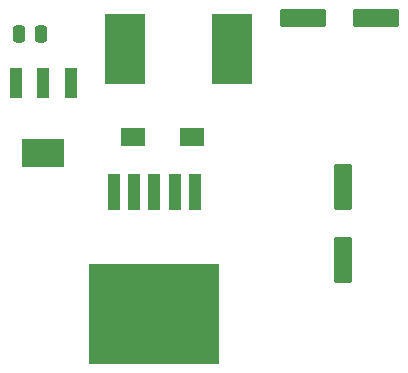
<source format=gbr>
%TF.GenerationSoftware,KiCad,Pcbnew,8.0.4*%
%TF.CreationDate,2024-09-26T20:40:34-05:00*%
%TF.ProjectId,solder_oven_PCB,736f6c64-6572-45f6-9f76-656e5f504342,rev?*%
%TF.SameCoordinates,Original*%
%TF.FileFunction,Paste,Bot*%
%TF.FilePolarity,Positive*%
%FSLAX46Y46*%
G04 Gerber Fmt 4.6, Leading zero omitted, Abs format (unit mm)*
G04 Created by KiCad (PCBNEW 8.0.4) date 2024-09-26 20:40:34*
%MOMM*%
%LPD*%
G01*
G04 APERTURE LIST*
G04 Aperture macros list*
%AMRoundRect*
0 Rectangle with rounded corners*
0 $1 Rounding radius*
0 $2 $3 $4 $5 $6 $7 $8 $9 X,Y pos of 4 corners*
0 Add a 4 corners polygon primitive as box body*
4,1,4,$2,$3,$4,$5,$6,$7,$8,$9,$2,$3,0*
0 Add four circle primitives for the rounded corners*
1,1,$1+$1,$2,$3*
1,1,$1+$1,$4,$5*
1,1,$1+$1,$6,$7*
1,1,$1+$1,$8,$9*
0 Add four rect primitives between the rounded corners*
20,1,$1+$1,$2,$3,$4,$5,0*
20,1,$1+$1,$4,$5,$6,$7,0*
20,1,$1+$1,$6,$7,$8,$9,0*
20,1,$1+$1,$8,$9,$2,$3,0*%
G04 Aperture macros list end*
%ADD10RoundRect,0.250000X0.250000X0.475000X-0.250000X0.475000X-0.250000X-0.475000X0.250000X-0.475000X0*%
%ADD11RoundRect,0.250000X-0.550000X1.712500X-0.550000X-1.712500X0.550000X-1.712500X0.550000X1.712500X0*%
%ADD12R,1.100000X2.500000*%
%ADD13R,3.600000X2.340000*%
%ADD14RoundRect,0.250000X-1.712500X-0.550000X1.712500X-0.550000X1.712500X0.550000X-1.712500X0.550000X0*%
%ADD15R,2.060000X1.540000*%
%ADD16R,3.500000X6.000000*%
%ADD17R,1.020000X3.080000*%
%ADD18R,11.000000X8.500000*%
G04 APERTURE END LIST*
D10*
%TO.C,C7*%
X74400000Y-56050000D03*
X72500000Y-56050000D03*
%TD*%
D11*
%TO.C,C3*%
X100000000Y-69012500D03*
X100000000Y-75187500D03*
%TD*%
D12*
%TO.C,U3*%
X72300000Y-60180000D03*
X74600000Y-60180000D03*
X76900000Y-60180000D03*
D13*
X74600000Y-66120000D03*
%TD*%
D14*
%TO.C,C4*%
X96562500Y-54700000D03*
X102737500Y-54700000D03*
%TD*%
D15*
%TO.C,D5*%
X87175000Y-64725000D03*
X82175000Y-64725000D03*
%TD*%
D16*
%TO.C,L1*%
X90575000Y-57325000D03*
X81475000Y-57325000D03*
%TD*%
D17*
%TO.C,U6*%
X80600000Y-69410000D03*
X82300000Y-69410000D03*
D18*
X84000000Y-79730000D03*
D17*
X84000000Y-69410000D03*
X85700000Y-69410000D03*
X87400000Y-69410000D03*
%TD*%
M02*

</source>
